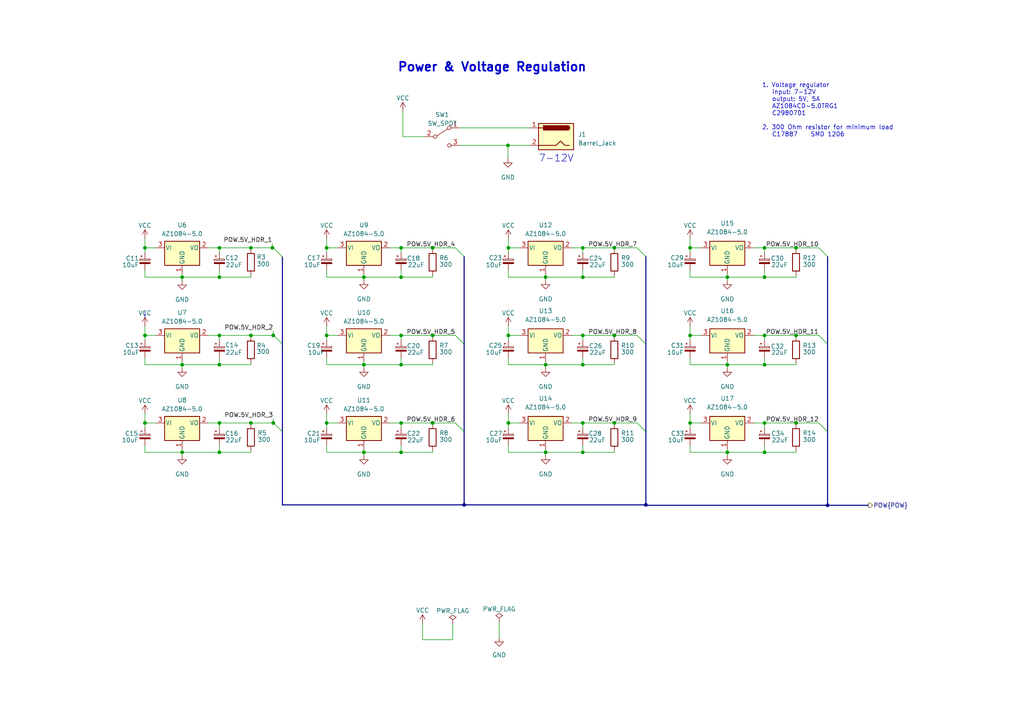
<source format=kicad_sch>
(kicad_sch (version 20230121) (generator eeschema)
  (paper "A4")
  (lib_symbols
    (symbol "Connector:Barrel_Jack" (pin_names (offset 1.016))
      (property "Reference" "J" (at 0 5.334 0))
      (property "Value" "Barrel_Jack" (at 0 -5.08 0))
      (symbol "Barrel_Jack_0_1"
        (rectangle (start -5.08 3.81) (end 5.08 -3.81) (stroke (width 0.254)) (fill (type background)))
        (arc (start -3.302 3.175) (mid -3.9343 2.54) (end -3.302 1.905) (stroke (width 0.254)))
        (arc (start -3.302 3.175) (mid -3.9343 2.54) (end -3.302 1.905) (stroke (width 0.254)) (fill (type outline)))
        (polyline (pts (xy 5.08 2.54) (xy 3.81 2.54)) (stroke (width 0.254)))
        (polyline (pts (xy -3.81 -2.54) (xy -2.54 -2.54) (xy -1.27 -1.27) (xy 0 -2.54) (xy 2.54 -2.54) (xy 5.08 -2.54)) (stroke (width 0.254)))
        (rectangle (start 3.683 3.175) (end -3.302 1.905) (stroke (width 0.254)) (fill (type outline)))
      )
      (symbol "Barrel_Jack_1_1"
        (pin passive line (at 7.62 2.54 180) (length 2.54) (name "~") (number "1"))
        (pin passive line (at 7.62 -2.54 180) (length 2.54) (name "~") (number "2"))
      )
    )
    (symbol "Device:C_Polarized_Small" (pin_numbers hide) (pin_names (offset 0.254) hide)
      (property "Reference" "C" (at 0.254 1.778 0))
      (property "Value" "C_Polarized_Small" (at 0.254 -2.032 0))
      (symbol "C_Polarized_Small_0_1"
        (rectangle (start -1.524 -0.3048) (end 1.524 -0.6858) (fill (type outline)))
        (rectangle (start -1.524 0.6858) (end 1.524 0.3048))
        (polyline (pts (xy -1.27 1.524) (xy -0.762 1.524)))
        (polyline (pts (xy -1.016 1.27) (xy -1.016 1.778)))
      )
      (symbol "C_Polarized_Small_1_1"
        (pin passive line (at 0 2.54 270) (length 1.8542) (name "~") (number "1"))
        (pin passive line (at 0 -2.54 90) (length 1.8542) (name "~") (number "2"))
      )
    )
    (symbol "Device:R" (pin_numbers hide) (pin_names (offset 0))
      (property "Reference" "R" (at 2.032 0 90))
      (property "Value" "R" (at 0 0 90))
      (symbol "R_0_1"
        (rectangle (start -1.016 -2.54) (end 1.016 2.54) (stroke (width 0.254)))
      )
      (symbol "R_1_1"
        (pin passive line (at 0 3.81 270) (length 1.27) (name "~") (number "1"))
        (pin passive line (at 0 -3.81 90) (length 1.27) (name "~") (number "2"))
      )
    )
    (symbol "Regulator_Linear:AZ1084-5.0" (pin_names (offset 0.254))
      (property "Reference" "U" (at -3.81 3.175 0))
      (property "Value" "AZ1084-5.0" (at 0 3.175 0))
      (symbol "AZ1084-5.0_0_1"
        (rectangle (start -5.08 1.905) (end 5.08 -5.08) (stroke (width 0.254)) (fill (type background)))
      )
      (symbol "AZ1084-5.0_1_1"
        (pin power_in line (at 0 -7.62 90) (length 2.54) (name "GND") (number "1"))
        (pin power_out line (at 7.62 0 180) (length 2.54) (name "VO") (number "2"))
        (pin power_in line (at -7.62 0 0) (length 2.54) (name "VI") (number "3"))
      )
    )
    (symbol "Switch:SW_SPDT" (pin_names (offset 0) hide)
      (property "Reference" "SW" (at 0 4.318 0))
      (property "Value" "SW_SPDT" (at 0 -5.08 0))
      (symbol "SW_SPDT_0_0"
        (circle (center -2.032 0) (radius 0.508))
        (circle (center 2.032 -2.54) (radius 0.508))
      )
      (symbol "SW_SPDT_0_1"
        (polyline (pts (xy -1.524 0.254) (xy 1.651 2.286)))
        (circle (center 2.032 2.54) (radius 0.508))
      )
      (symbol "SW_SPDT_1_1"
        (pin passive line (at 5.08 2.54 180) (length 2.54) (name "A") (number "1"))
        (pin passive line (at -5.08 0 0) (length 2.54) (name "B") (number "2"))
        (pin passive line (at 5.08 -2.54 180) (length 2.54) (name "C") (number "3"))
      )
    )
    (symbol "power:GND" (power) (pin_names (offset 0))
      (property "Value" "GND" (at 0 -3.81 0))
      (symbol "GND_0_1"
        (polyline (pts (xy 0 0) (xy 0 -1.27) (xy 1.27 -1.27) (xy 0 -2.54) (xy -1.27 -1.27) (xy 0 -1.27)))
      )
      (symbol "GND_1_1"
        (pin power_in line (at 0 0 270) (length 0) hide (name "GND") (number "1"))
      )
    )
    (symbol "power:PWR_FLAG" (power) (pin_numbers hide) (pin_names (offset 0) hide)
      (property "Value" "PWR_FLAG" (at 0 3.81 0))
      (symbol "PWR_FLAG_0_0"
        (pin power_out line (at 0 0 90) (length 0) (name "pwr") (number "1"))
      )
      (symbol "PWR_FLAG_0_1"
        (polyline (pts (xy 0 0) (xy 0 1.27) (xy -1.016 1.905) (xy 0 2.54) (xy 1.016 1.905) (xy 0 1.27)))
      )
    )
    (symbol "power:VCC" (power) (pin_names (offset 0))
      (property "Value" "VCC" (at 0 3.81 0))
      (symbol "VCC_0_1"
        (polyline (pts (xy -0.762 1.27) (xy 0 2.54)))
        (polyline (pts (xy 0 0) (xy 0 2.54)))
        (polyline (pts (xy 0 2.54) (xy 0.762 1.27)))
      )
      (symbol "VCC_1_1"
        (pin power_in line (at 0 0 90) (length 0) hide (name "VCC") (number "1"))
      )
    )
  )
  (junction (at 210.947 80.391))
  (junction (at 169.037 131.191))
  (junction (at 178.181 71.882))
  (junction (at 116.332 80.391))
  (junction (at 134.62 146.431))
  (junction (at 221.742 131.191))
  (junction (at 178.181 122.682))
  (junction (at 221.742 97.282))
  (junction (at 52.832 131.191))
  (junction (at 105.537 131.191))
  (junction (at 240.03 146.558))
  (junction (at 42.037 71.882))
  (junction (at 116.332 131.191))
  (junction (at 42.037 97.282))
  (junction (at 94.742 122.682))
  (junction (at 178.181 97.282))
  (junction (at 230.886 122.682))
  (junction (at 210.947 131.191))
  (junction (at 158.242 80.391))
  (junction (at 221.742 71.882))
  (junction (at 169.037 105.791))
  (junction (at 200.152 97.282))
  (junction (at 125.476 122.682))
  (junction (at 79.248 122.682))
  (junction (at 230.886 71.882))
  (junction (at 105.537 105.791))
  (junction (at 125.476 71.882))
  (junction (at 105.537 80.391))
  (junction (at 72.771 71.882))
  (junction (at 78.994 71.882))
  (junction (at 94.742 71.882))
  (junction (at 169.037 97.282))
  (junction (at 63.627 122.682))
  (junction (at 158.242 131.191))
  (junction (at 94.742 97.282))
  (junction (at 230.886 97.282))
  (junction (at 116.332 105.791))
  (junction (at 52.832 80.391))
  (junction (at 200.152 71.882))
  (junction (at 169.037 80.391))
  (junction (at 72.771 122.682))
  (junction (at 221.742 122.682))
  (junction (at 158.242 105.791))
  (junction (at 169.037 122.682))
  (junction (at 63.627 105.791))
  (junction (at 221.742 105.791))
  (junction (at 169.037 71.882))
  (junction (at 63.627 131.191))
  (junction (at 147.32 42.164))
  (junction (at 116.332 97.282))
  (junction (at 72.771 97.282))
  (junction (at 116.332 71.882))
  (junction (at 52.832 105.791))
  (junction (at 116.332 122.682))
  (junction (at 147.447 122.682))
  (junction (at 63.627 71.882))
  (junction (at 63.627 97.282))
  (junction (at 221.742 80.391))
  (junction (at 79.248 97.282))
  (junction (at 147.447 71.882))
  (junction (at 125.476 97.282))
  (junction (at 147.447 97.282))
  (junction (at 200.152 122.682))
  (junction (at 187.325 146.431))
  (junction (at 210.947 105.791))
  (junction (at 63.627 80.391))
  (junction (at 42.037 122.682))
  (bus_entry (at 132.08 71.882) (size 2.54 2.54))
  (bus_entry (at 79.375 122.682) (size 2.54 2.54))
  (bus_entry (at 79.375 72.009) (size 2.54 2.54))
  (bus_entry (at 132.08 122.682) (size 2.54 2.54))
  (bus_entry (at 79.375 97.282) (size 2.54 2.54))
  (bus_entry (at 184.785 97.282) (size 2.54 2.54))
  (bus_entry (at 237.49 71.882) (size 2.54 2.54))
  (bus_entry (at 132.08 97.282) (size 2.54 2.54))
  (bus_entry (at 184.785 122.682) (size 2.54 2.54))
  (bus_entry (at 237.49 97.282) (size 2.54 2.54))
  (bus_entry (at 184.785 71.882) (size 2.54 2.54))
  (bus_entry (at 237.49 122.682) (size 2.54 2.54))
  (wire (pts (xy 105.537 80.391) (xy 105.537 81.28)))
  (wire (pts (xy 63.627 131.191) (xy 72.771 131.191)))
  (bus (pts (xy 187.452 146.431) (xy 187.325 146.431)))
  (wire (pts (xy 158.242 80.391) (xy 158.242 81.28)))
  (wire (pts (xy 169.037 105.791) (xy 178.181 105.791)))
  (wire (pts (xy 116.332 122.682) (xy 125.476 122.682)))
  (wire (pts (xy 230.886 79.883) (xy 230.886 80.391)))
  (wire (pts (xy 63.627 71.882) (xy 63.627 73.279)))
  (wire (pts (xy 63.627 122.682) (xy 63.627 124.079)))
  (wire (pts (xy 63.627 122.682) (xy 72.771 122.682)))
  (wire (pts (xy 169.037 97.282) (xy 169.037 98.679)))
  (wire (pts (xy 169.037 71.882) (xy 169.037 73.279)))
  (wire (pts (xy 72.771 122.682) (xy 79.248 122.682)))
  (wire (pts (xy 42.037 103.759) (xy 42.037 105.791)))
  (wire (pts (xy 218.567 122.682) (xy 221.742 122.682)))
  (wire (pts (xy 147.447 98.679) (xy 147.447 97.282)))
  (wire (pts (xy 221.742 71.882) (xy 221.742 73.279)))
  (bus (pts (xy 240.03 99.822) (xy 240.03 125.222)))
  (wire (pts (xy 42.037 94.615) (xy 42.037 97.282)))
  (wire (pts (xy 72.771 80.391) (xy 72.771 79.883)))
  (bus (pts (xy 187.325 74.422) (xy 187.325 99.822)))
  (wire (pts (xy 158.242 130.302) (xy 158.242 131.191)))
  (wire (pts (xy 113.157 97.282) (xy 116.332 97.282)))
  (wire (pts (xy 105.537 79.502) (xy 105.537 80.391)))
  (wire (pts (xy 230.886 97.282) (xy 237.49 97.282)))
  (wire (pts (xy 178.181 122.682) (xy 184.785 122.682)))
  (wire (pts (xy 169.037 78.359) (xy 169.037 80.391)))
  (wire (pts (xy 63.627 71.882) (xy 72.771 71.882)))
  (wire (pts (xy 200.152 120.015) (xy 200.152 122.682)))
  (wire (pts (xy 169.037 97.282) (xy 178.181 97.282)))
  (bus (pts (xy 134.62 74.422) (xy 134.62 99.822)))
  (wire (pts (xy 125.476 130.683) (xy 125.476 131.191)))
  (wire (pts (xy 52.832 80.391) (xy 52.832 81.407)))
  (wire (pts (xy 221.742 97.282) (xy 221.742 98.679)))
  (wire (pts (xy 200.152 94.615) (xy 200.152 97.282)))
  (wire (pts (xy 42.037 97.282) (xy 45.212 97.282)))
  (wire (pts (xy 158.242 105.791) (xy 147.447 105.791)))
  (wire (pts (xy 230.886 71.882) (xy 230.886 72.263)))
  (wire (pts (xy 221.742 78.359) (xy 221.742 80.391)))
  (wire (pts (xy 147.447 120.015) (xy 147.447 122.682)))
  (bus (pts (xy 240.03 74.422) (xy 240.03 99.822)))
  (wire (pts (xy 52.832 104.902) (xy 52.832 105.791)))
  (wire (pts (xy 230.886 71.882) (xy 237.49 71.882)))
  (bus (pts (xy 187.452 146.558) (xy 240.03 146.558)))
  (wire (pts (xy 230.886 122.682) (xy 237.49 122.682)))
  (polyline (pts (xy 42.037 90.424) (xy 42.037 91.948)))
  (wire (pts (xy 123.19 39.624) (xy 116.84 39.624)))
  (wire (pts (xy 116.332 78.359) (xy 116.332 80.391)))
  (wire (pts (xy 221.742 103.759) (xy 221.742 105.791)))
  (wire (pts (xy 116.332 129.159) (xy 116.332 131.191)))
  (wire (pts (xy 78.994 72.009) (xy 79.375 72.009)))
  (wire (pts (xy 178.181 105.283) (xy 178.181 105.791)))
  (wire (pts (xy 178.181 79.883) (xy 178.181 80.391)))
  (wire (pts (xy 210.947 105.791) (xy 210.947 106.68)))
  (wire (pts (xy 169.037 122.682) (xy 169.037 124.079)))
  (wire (pts (xy 158.242 131.191) (xy 158.242 132.08)))
  (wire (pts (xy 230.886 122.682) (xy 230.886 123.063)))
  (wire (pts (xy 105.537 131.191) (xy 116.332 131.191)))
  (wire (pts (xy 72.771 71.882) (xy 72.771 72.263)))
  (wire (pts (xy 221.742 122.682) (xy 221.742 124.079)))
  (wire (pts (xy 210.947 131.191) (xy 210.947 132.08)))
  (wire (pts (xy 94.742 124.079) (xy 94.742 122.682)))
  (wire (pts (xy 200.152 103.759) (xy 200.152 105.791)))
  (wire (pts (xy 116.332 131.191) (xy 125.476 131.191)))
  (wire (pts (xy 221.742 105.791) (xy 230.886 105.791)))
  (wire (pts (xy 158.242 131.191) (xy 169.037 131.191)))
  (wire (pts (xy 165.862 97.282) (xy 169.037 97.282)))
  (wire (pts (xy 147.447 69.215) (xy 147.447 71.882)))
  (wire (pts (xy 42.037 73.279) (xy 42.037 71.882)))
  (wire (pts (xy 218.567 97.282) (xy 221.742 97.282)))
  (bus (pts (xy 134.62 146.431) (xy 187.325 146.431)))
  (wire (pts (xy 122.555 180.848) (xy 122.555 185.547)))
  (wire (pts (xy 221.742 122.682) (xy 230.886 122.682)))
  (wire (pts (xy 200.152 78.359) (xy 200.152 80.391)))
  (wire (pts (xy 200.152 73.279) (xy 200.152 71.882)))
  (wire (pts (xy 178.181 97.282) (xy 178.181 97.663)))
  (wire (pts (xy 72.771 71.882) (xy 78.994 71.882)))
  (wire (pts (xy 147.447 73.279) (xy 147.447 71.882)))
  (wire (pts (xy 125.476 71.882) (xy 125.476 72.263)))
  (bus (pts (xy 240.03 146.558) (xy 251.841 146.558)))
  (bus (pts (xy 187.452 146.431) (xy 187.452 146.558)))
  (wire (pts (xy 42.037 122.682) (xy 45.212 122.682)))
  (wire (pts (xy 144.78 180.467) (xy 144.78 184.912)))
  (wire (pts (xy 72.771 130.683) (xy 72.771 131.191)))
  (wire (pts (xy 72.771 105.283) (xy 72.771 105.791)))
  (wire (pts (xy 105.537 131.191) (xy 94.742 131.191)))
  (wire (pts (xy 79.248 121.412) (xy 79.248 122.682)))
  (wire (pts (xy 116.332 97.282) (xy 125.476 97.282)))
  (wire (pts (xy 79.248 97.282) (xy 79.375 97.282)))
  (wire (pts (xy 105.537 130.302) (xy 105.537 131.191)))
  (wire (pts (xy 116.332 105.791) (xy 125.476 105.791)))
  (wire (pts (xy 147.447 129.159) (xy 147.447 131.191)))
  (wire (pts (xy 210.947 80.391) (xy 221.742 80.391)))
  (wire (pts (xy 147.447 97.282) (xy 150.622 97.282)))
  (wire (pts (xy 158.242 80.391) (xy 169.037 80.391)))
  (wire (pts (xy 116.84 32.258) (xy 116.84 39.624)))
  (wire (pts (xy 105.537 131.191) (xy 105.537 132.08)))
  (wire (pts (xy 200.152 129.159) (xy 200.152 131.191)))
  (wire (pts (xy 230.886 97.282) (xy 230.886 97.663)))
  (wire (pts (xy 116.332 71.882) (xy 125.476 71.882)))
  (wire (pts (xy 131.318 180.975) (xy 131.318 185.547)))
  (wire (pts (xy 178.181 130.683) (xy 178.181 131.191)))
  (wire (pts (xy 78.994 70.612) (xy 78.994 71.882)))
  (wire (pts (xy 125.476 71.882) (xy 132.08 71.882)))
  (wire (pts (xy 52.832 130.302) (xy 52.832 131.191)))
  (wire (pts (xy 63.627 97.282) (xy 72.771 97.282)))
  (wire (pts (xy 218.567 71.882) (xy 221.742 71.882)))
  (wire (pts (xy 147.447 103.759) (xy 147.447 105.791)))
  (wire (pts (xy 158.242 80.391) (xy 147.447 80.391)))
  (wire (pts (xy 125.476 122.682) (xy 132.08 122.682)))
  (wire (pts (xy 169.037 122.682) (xy 178.181 122.682)))
  (wire (pts (xy 42.037 78.359) (xy 42.037 80.391)))
  (wire (pts (xy 210.947 104.902) (xy 210.947 105.791)))
  (wire (pts (xy 125.476 97.282) (xy 125.476 97.663)))
  (wire (pts (xy 131.318 185.547) (xy 122.555 185.547)))
  (wire (pts (xy 169.037 103.759) (xy 169.037 105.791)))
  (wire (pts (xy 210.947 131.191) (xy 221.742 131.191)))
  (wire (pts (xy 200.152 97.282) (xy 203.327 97.282)))
  (wire (pts (xy 94.742 129.159) (xy 94.742 131.191)))
  (wire (pts (xy 60.452 122.682) (xy 63.627 122.682)))
  (wire (pts (xy 116.332 71.882) (xy 116.332 73.279)))
  (bus (pts (xy 134.62 99.822) (xy 134.62 125.222)))
  (wire (pts (xy 105.537 80.391) (xy 94.742 80.391)))
  (wire (pts (xy 79.248 96.012) (xy 79.248 97.282)))
  (wire (pts (xy 113.157 71.882) (xy 116.332 71.882)))
  (bus (pts (xy 81.915 74.549) (xy 81.915 99.822)))
  (wire (pts (xy 113.157 122.682) (xy 116.332 122.682)))
  (wire (pts (xy 169.037 131.191) (xy 178.181 131.191)))
  (wire (pts (xy 200.152 98.679) (xy 200.152 97.282)))
  (wire (pts (xy 221.742 131.191) (xy 230.886 131.191)))
  (wire (pts (xy 94.742 120.015) (xy 94.742 122.682)))
  (wire (pts (xy 210.947 130.302) (xy 210.947 131.191)))
  (wire (pts (xy 42.037 98.679) (xy 42.037 97.282)))
  (wire (pts (xy 125.476 97.282) (xy 132.08 97.282)))
  (wire (pts (xy 169.037 80.391) (xy 178.181 80.391)))
  (wire (pts (xy 63.627 129.159) (xy 63.627 131.191)))
  (wire (pts (xy 52.832 131.191) (xy 52.832 132.08)))
  (wire (pts (xy 210.947 131.191) (xy 200.152 131.191)))
  (wire (pts (xy 94.742 98.679) (xy 94.742 97.282)))
  (wire (pts (xy 94.742 73.279) (xy 94.742 71.882)))
  (wire (pts (xy 158.242 105.791) (xy 169.037 105.791)))
  (wire (pts (xy 42.037 129.159) (xy 42.037 131.191)))
  (wire (pts (xy 221.742 97.282) (xy 230.886 97.282)))
  (wire (pts (xy 200.152 71.882) (xy 203.327 71.882)))
  (wire (pts (xy 147.447 78.359) (xy 147.447 80.391)))
  (wire (pts (xy 116.332 103.759) (xy 116.332 105.791)))
  (wire (pts (xy 42.037 120.015) (xy 42.037 122.682)))
  (wire (pts (xy 210.947 80.391) (xy 210.947 81.28)))
  (wire (pts (xy 178.181 122.682) (xy 178.181 123.063)))
  (wire (pts (xy 94.742 94.615) (xy 94.742 97.282)))
  (wire (pts (xy 94.742 97.282) (xy 97.917 97.282)))
  (bus (pts (xy 187.325 125.222) (xy 187.325 146.431)))
  (wire (pts (xy 200.152 124.079) (xy 200.152 122.682)))
  (wire (pts (xy 52.832 131.191) (xy 63.627 131.191)))
  (wire (pts (xy 200.152 122.682) (xy 203.327 122.682)))
  (wire (pts (xy 158.242 104.902) (xy 158.242 105.791)))
  (bus (pts (xy 81.915 99.822) (xy 81.915 125.222)))
  (wire (pts (xy 105.537 105.791) (xy 116.332 105.791)))
  (wire (pts (xy 72.771 122.682) (xy 72.771 123.063)))
  (bus (pts (xy 134.62 125.222) (xy 134.62 146.431)))
  (wire (pts (xy 94.742 78.359) (xy 94.742 80.391)))
  (wire (pts (xy 105.537 80.391) (xy 116.332 80.391)))
  (wire (pts (xy 52.832 105.791) (xy 52.832 106.68)))
  (bus (pts (xy 240.03 125.222) (xy 240.03 146.558)))
  (wire (pts (xy 158.242 105.791) (xy 158.242 106.68)))
  (bus (pts (xy 81.915 146.431) (xy 134.62 146.431)))
  (wire (pts (xy 60.452 71.882) (xy 63.627 71.882)))
  (wire (pts (xy 125.476 105.283) (xy 125.476 105.791)))
  (bus (pts (xy 81.915 125.222) (xy 81.915 146.431)))
  (wire (pts (xy 42.037 124.079) (xy 42.037 122.682)))
  (wire (pts (xy 52.832 105.791) (xy 42.037 105.791)))
  (wire (pts (xy 200.152 69.215) (xy 200.152 71.882)))
  (wire (pts (xy 230.886 130.683) (xy 230.886 131.191)))
  (wire (pts (xy 178.181 71.882) (xy 184.785 71.882)))
  (wire (pts (xy 221.742 80.391) (xy 230.886 80.391)))
  (wire (pts (xy 116.332 122.682) (xy 116.332 124.079)))
  (wire (pts (xy 158.242 79.502) (xy 158.242 80.391)))
  (wire (pts (xy 221.742 71.882) (xy 230.886 71.882)))
  (wire (pts (xy 63.627 97.282) (xy 63.627 98.679)))
  (wire (pts (xy 63.627 78.359) (xy 63.627 80.391)))
  (wire (pts (xy 94.742 69.215) (xy 94.742 71.882)))
  (wire (pts (xy 165.862 71.882) (xy 169.037 71.882)))
  (wire (pts (xy 158.242 131.191) (xy 147.447 131.191)))
  (wire (pts (xy 230.886 105.283) (xy 230.886 105.791)))
  (wire (pts (xy 169.037 129.159) (xy 169.037 131.191)))
  (wire (pts (xy 147.447 71.882) (xy 150.622 71.882)))
  (wire (pts (xy 79.248 122.682) (xy 79.375 122.682)))
  (wire (pts (xy 178.181 71.882) (xy 178.181 72.263)))
  (wire (pts (xy 210.947 105.791) (xy 200.152 105.791)))
  (wire (pts (xy 210.947 80.391) (xy 200.152 80.391)))
  (wire (pts (xy 105.537 104.902) (xy 105.537 105.791)))
  (wire (pts (xy 94.742 122.682) (xy 97.917 122.682)))
  (wire (pts (xy 147.32 42.164) (xy 147.32 45.974)))
  (wire (pts (xy 133.35 42.164) (xy 147.32 42.164)))
  (wire (pts (xy 221.742 129.159) (xy 221.742 131.191)))
  (wire (pts (xy 52.832 79.502) (xy 52.832 80.391)))
  (wire (pts (xy 94.742 103.759) (xy 94.742 105.791)))
  (wire (pts (xy 105.537 105.791) (xy 105.537 106.68)))
  (wire (pts (xy 147.447 94.615) (xy 147.447 97.282)))
  (wire (pts (xy 52.832 131.191) (xy 42.037 131.191)))
  (wire (pts (xy 133.35 37.084) (xy 153.67 37.084)))
  (wire (pts (xy 52.832 80.391) (xy 63.627 80.391)))
  (wire (pts (xy 125.476 122.682) (xy 125.476 123.063)))
  (wire (pts (xy 52.832 105.791) (xy 63.627 105.791)))
  (wire (pts (xy 116.332 97.282) (xy 116.332 98.679)))
  (wire (pts (xy 63.627 80.391) (xy 72.771 80.391)))
  (wire (pts (xy 52.832 80.391) (xy 42.037 80.391)))
  (bus (pts (xy 187.325 99.822) (xy 187.325 125.222)))
  (wire (pts (xy 147.447 122.682) (xy 150.622 122.682)))
  (wire (pts (xy 116.332 80.391) (xy 125.476 80.391)))
  (wire (pts (xy 72.771 97.282) (xy 72.771 97.663)))
  (wire (pts (xy 125.476 79.883) (xy 125.476 80.391)))
  (wire (pts (xy 72.771 97.282) (xy 79.248 97.282)))
  (wire (pts (xy 60.452 97.282) (xy 63.627 97.282)))
  (wire (pts (xy 63.627 105.791) (xy 72.771 105.791)))
  (wire (pts (xy 147.32 42.164) (xy 153.67 42.164)))
  (wire (pts (xy 78.994 72.009) (xy 78.994 71.882)))
  (wire (pts (xy 165.862 122.682) (xy 169.037 122.682)))
  (wire (pts (xy 42.037 71.882) (xy 45.212 71.882)))
  (wire (pts (xy 210.947 105.791) (xy 221.742 105.791)))
  (wire (pts (xy 210.947 79.502) (xy 210.947 80.391)))
  (wire (pts (xy 42.037 69.215) (xy 42.037 71.882)))
  (wire (pts (xy 169.037 71.882) (xy 178.181 71.882)))
  (wire (pts (xy 147.447 124.079) (xy 147.447 122.682)))
  (wire (pts (xy 178.181 97.282) (xy 184.785 97.282)))
  (wire (pts (xy 105.537 105.791) (xy 94.742 105.791)))
  (wire (pts (xy 63.627 103.759) (xy 63.627 105.791)))
  (wire (pts (xy 94.742 71.882) (xy 97.917 71.882)))
  (text "7-12V" (at 156.21 47.244 0) (effects (font (size 2.032 2.032)) (justify left bottom)))
  (text "1. Voltage regulator\n   input: 7-12V\n   output: 5V, 5A\n   AZ1084CD-5.0TRG1\n   C2980701\n\n2. 300 Ohm resistor for minimum load\n   C17887    SMD 1206" (at 220.98 39.878 0) (effects (font (size 1.27 1.27)) (justify left bottom)))
  (text "Power & Voltage Regulation" (at 115.189 21.082 0) (effects (font (size 2.54 2.54) (thickness 0.508) bold) (justify left bottom)))
  (label "POW.5V_HDR_9" (at 184.785 122.682 180))
  (label "POW.5V_HDR_4" (at 132.08 71.882 180))
  (label "POW.5V_HDR_2" (at 79.248 96.012 180))
  (label "POW.5V_HDR_7" (at 184.785 71.882 180))
  (label "POW.5V_HDR_5" (at 132.08 97.282 180))
  (label "POW.5V_HDR_1" (at 78.994 70.612 180))
  (label "POW.5V_HDR_12" (at 237.49 122.682 180))
  (label "POW.5V_HDR_8" (at 184.785 97.282 180))
  (label "POW.5V_HDR_6" (at 132.08 122.682 180))
  (label "POW.5V_HDR_11" (at 237.49 97.282 180))
  (label "POW.5V_HDR_10" (at 237.49 71.882 180))
  (label "POW.5V_HDR_3" (at 79.248 121.412 180))
  (hierarchical_label "POW{POW}" (shape output) (at 251.841 146.558 0))
  (symbol (lib_id "Device:R") (at 72.771 126.873 0) (unit 1)
    (property "Reference" "R5" (at 74.676 125.603 0) (effects (justify left)))
    (property "Value" "300" (at 74.676 127.508 0) (effects (justify left)))
    (property "Footprint" "Resistor_SMD:R_1206_3216Metric" (effects hide))
  )
  (symbol (lib_id "Device:C_Polarized_Small") (at 200.152 126.619 0) (unit 1)
    (property "Reference" "C33" (at 194.564 125.73 0) (effects (justify left)))
    (property "Value" "10uF" (at 193.675 127.635 0) (effects (justify left)))
    (property "Footprint" "Capacitor_SMD:CP_Elec_4x5.4" (effects hide))
  )
  (symbol (lib_id "power:VCC") (at 200.152 94.615 0) (unit 1)
    (property "Reference" "#PWR0103" (effects hide))
    (property "Value" "VCC" (at 200.152 90.805 0))
  )
  (symbol (lib_id "Device:R") (at 178.181 126.873 0) (unit 1)
    (property "Reference" "R11" (at 180.086 125.603 0) (effects (justify left)))
    (property "Value" "300" (at 180.086 127.508 0) (effects (justify left)))
    (property "Footprint" "Resistor_SMD:R_1206_3216Metric" (effects hide))
  )
  (symbol (lib_id "Device:C_Polarized_Small") (at 63.627 101.219 0) (unit 1)
    (property "Reference" "C14" (at 65.278 100.076 0) (effects (justify left)))
    (property "Value" "22uF" (at 65.405 102.235 0) (effects (justify left)))
    (property "Footprint" "Capacitor_SMD:CP_Elec_4x5.4" (effects hide))
  )
  (symbol (lib_id "Device:C_Polarized_Small") (at 169.037 101.219 0) (unit 1)
    (property "Reference" "C26" (at 170.815 100.33 0) (effects (justify left)))
    (property "Value" "22uF" (at 170.942 102.235 0) (effects (justify left)))
    (property "Footprint" "Capacitor_SMD:CP_Elec_4x5.4" (effects hide))
  )
  (symbol (lib_id "power:VCC") (at 147.447 94.615 0) (unit 1)
    (property "Reference" "#PWR095" (effects hide))
    (property "Value" "VCC" (at 147.447 90.805 0))
  )
  (symbol (lib_id "power:GND") (at 158.242 81.28 0) (unit 1)
    (property "Reference" "#PWR094" (effects hide))
    (property "Value" "GND" (at 158.242 86.741 0))
  )
  (symbol (lib_id "Device:C_Polarized_Small") (at 169.037 75.819 0) (unit 1)
    (property "Reference" "C24" (at 170.815 74.93 0) (effects (justify left)))
    (property "Value" "22uF" (at 170.942 76.835 0) (effects (justify left)))
    (property "Footprint" "Capacitor_SMD:CP_Elec_4x5.4" (effects hide))
  )
  (symbol (lib_id "Device:C_Polarized_Small") (at 169.037 126.619 0) (unit 1)
    (property "Reference" "C28" (at 170.688 125.73 0) (effects (justify left)))
    (property "Value" "22uF" (at 170.815 127.635 0) (effects (justify left)))
    (property "Footprint" "Capacitor_SMD:CP_Elec_4x5.4" (effects hide))
  )
  (symbol (lib_id "Device:C_Polarized_Small") (at 221.742 126.619 0) (unit 1)
    (property "Reference" "C34" (at 223.647 125.73 0) (effects (justify left)))
    (property "Value" "22uF" (at 223.774 127.635 0) (effects (justify left)))
    (property "Footprint" "Capacitor_SMD:CP_Elec_4x5.4" (effects hide))
  )
  (symbol (lib_id "power:GND") (at 52.832 132.08 0) (unit 1)
    (property "Reference" "#PWR082" (effects hide))
    (property "Value" "GND" (at 52.832 137.541 0))
  )
  (symbol (lib_id "Device:C_Polarized_Small") (at 116.332 126.619 0) (unit 1)
    (property "Reference" "C22" (at 117.983 125.73 0) (effects (justify left)))
    (property "Value" "22uF" (at 118.11 127.635 0) (effects (justify left)))
    (property "Footprint" "Capacitor_SMD:CP_Elec_4x5.4" (effects hide))
  )
  (symbol (lib_id "power:GND") (at 52.832 81.407 0) (unit 1)
    (property "Reference" "#PWR04" (effects hide))
    (property "Value" "GND" (at 52.832 86.868 0))
  )
  (symbol (lib_id "Device:C_Polarized_Small") (at 42.037 126.619 0) (unit 1)
    (property "Reference" "C15" (at 36.195 125.73 0) (effects (justify left)))
    (property "Value" "10uF" (at 35.306 127.635 0) (effects (justify left)))
    (property "Footprint" "Capacitor_SMD:CP_Elec_4x5.4" (effects hide))
  )
  (symbol (lib_id "Regulator_Linear:AZ1084-5.0") (at 158.242 122.682 0) (unit 1)
    (property "Reference" "U14" (at 158.242 115.57 0))
    (property "Value" "AZ1084-5.0" (at 158.242 118.11 0))
    (property "Footprint" "arena_custom:TO-252" (effects hide))
    (property "Datasheet" "https://www.diodes.com/assets/Datasheets/AZ1084.pdf" (effects hide))
  )
  (symbol (lib_id "power:GND") (at 158.242 132.08 0) (unit 1)
    (property "Reference" "#PWR098" (effects hide))
    (property "Value" "GND" (at 158.242 137.541 0))
  )
  (symbol (lib_id "power:VCC") (at 122.555 180.848 0) (unit 1)
    (property "Reference" "#PWR076" (effects hide))
    (property "Value" "VCC" (at 122.555 177.038 0))
  )
  (symbol (lib_id "Regulator_Linear:AZ1084-5.0") (at 210.947 97.282 0) (unit 1)
    (property "Reference" "U16" (at 210.947 90.17 0))
    (property "Value" "AZ1084-5.0" (at 210.947 92.71 0))
    (property "Footprint" "arena_custom:TO-252" (effects hide))
    (property "Datasheet" "https://www.diodes.com/assets/Datasheets/AZ1084.pdf" (effects hide))
  )
  (symbol (lib_id "Device:R") (at 230.886 76.073 0) (unit 1)
    (property "Reference" "R12" (at 232.791 74.803 0) (effects (justify left)))
    (property "Value" "300" (at 232.791 76.708 0) (effects (justify left)))
    (property "Footprint" "Resistor_SMD:R_1206_3216Metric" (effects hide))
  )
  (symbol (lib_id "Device:C_Polarized_Small") (at 200.152 75.819 0) (unit 1)
    (property "Reference" "C29" (at 194.437 74.803 0) (effects (justify left)))
    (property "Value" "10uF" (at 193.548 76.835 0) (effects (justify left)))
    (property "Footprint" "Capacitor_SMD:CP_Elec_4x5.4" (effects hide))
  )
  (symbol (lib_id "Device:R") (at 230.886 101.473 0) (unit 1)
    (property "Reference" "R13" (at 232.791 100.203 0) (effects (justify left)))
    (property "Value" "300" (at 232.791 102.108 0) (effects (justify left)))
    (property "Footprint" "Resistor_SMD:R_1206_3216Metric" (effects hide))
  )
  (symbol (lib_id "Regulator_Linear:AZ1084-5.0") (at 210.947 122.682 0) (unit 1)
    (property "Reference" "U17" (at 210.947 115.57 0))
    (property "Value" "AZ1084-5.0" (at 210.947 118.11 0))
    (property "Footprint" "arena_custom:TO-252" (effects hide))
    (property "Datasheet" "https://www.diodes.com/assets/Datasheets/AZ1084.pdf" (effects hide))
  )
  (symbol (lib_id "power:GND") (at 210.947 81.28 0) (unit 1)
    (property "Reference" "#PWR0102" (effects hide))
    (property "Value" "GND" (at 210.947 86.741 0))
  )
  (symbol (lib_id "Connector:Barrel_Jack") (at 161.29 39.624 0) (mirror y) (unit 1)
    (property "Reference" "J1" (at 167.64 38.989 0) (effects (justify right)))
    (property "Value" "Barrel_Jack" (at 167.64 41.529 0) (effects (justify right)))
    (property "Footprint" "arena_custom:DCJACK_2PIN_HIGHCURRENT" (effects hide))
  )
  (symbol (lib_id "Device:R") (at 72.771 101.473 0) (unit 1)
    (property "Reference" "R4" (at 74.422 100.203 0) (effects (justify left)))
    (property "Value" "300" (at 74.422 101.981 0) (effects (justify left)))
    (property "Footprint" "Resistor_SMD:R_1206_3216Metric" (effects hide))
  )
  (symbol (lib_id "power:VCC") (at 116.84 32.258 0) (unit 1)
    (property "Reference" "#PWR02" (effects hide))
    (property "Value" "VCC" (at 116.84 28.448 0))
  )
  (symbol (lib_id "power:GND") (at 210.947 132.08 0) (unit 1)
    (property "Reference" "#PWR0106" (effects hide))
    (property "Value" "GND" (at 210.947 137.541 0))
  )
  (symbol (lib_id "Device:C_Polarized_Small") (at 147.447 126.619 0) (unit 1)
    (property "Reference" "C27" (at 141.859 125.73 0) (effects (justify left)))
    (property "Value" "10uF" (at 140.843 127.635 0) (effects (justify left)))
    (property "Footprint" "Capacitor_SMD:CP_Elec_4x5.4" (effects hide))
  )
  (symbol (lib_id "Device:C_Polarized_Small") (at 116.332 101.219 0) (unit 1)
    (property "Reference" "C20" (at 117.983 100.33 0) (effects (justify left)))
    (property "Value" "22uF" (at 118.11 102.235 0) (effects (justify left)))
    (property "Footprint" "Capacitor_SMD:CP_Elec_4x5.4" (effects hide))
  )
  (symbol (lib_id "Regulator_Linear:AZ1084-5.0") (at 105.537 97.282 0) (unit 1)
    (property "Reference" "U10" (at 105.537 90.678 0))
    (property "Value" "AZ1084-5.0" (at 105.537 93.218 0))
    (property "Footprint" "arena_custom:TO-252" (effects hide))
    (property "Datasheet" "https://www.diodes.com/assets/Datasheets/AZ1084.pdf" (effects hide))
  )
  (symbol (lib_id "power:VCC") (at 200.152 120.015 0) (unit 1)
    (property "Reference" "#PWR0105" (effects hide))
    (property "Value" "VCC" (at 200.152 116.205 0))
  )
  (symbol (lib_id "Switch:SW_SPDT") (at 128.27 39.624 0) (unit 1)
    (property "Reference" "SW1" (at 128.27 33.274 0))
    (property "Value" "SW_SPDT" (at 128.27 35.814 0))
    (property "Footprint" "arena_custom:slide_switch" (effects hide))
  )
  (symbol (lib_id "Device:C_Polarized_Small") (at 147.447 101.219 0) (unit 1)
    (property "Reference" "C25" (at 141.732 100.203 0) (effects (justify left)))
    (property "Value" "10uF" (at 140.843 102.235 0) (effects (justify left)))
    (property "Footprint" "Capacitor_SMD:CP_Elec_4x5.4" (effects hide))
  )
  (symbol (lib_id "Device:R") (at 230.886 126.873 0) (unit 1)
    (property "Reference" "R14" (at 232.791 125.603 0) (effects (justify left)))
    (property "Value" "300" (at 232.791 127.508 0) (effects (justify left)))
    (property "Footprint" "Resistor_SMD:R_1206_3216Metric" (effects hide))
  )
  (symbol (lib_id "Device:R") (at 125.476 76.073 0) (unit 1)
    (property "Reference" "R6" (at 127.381 74.803 0) (effects (justify left)))
    (property "Value" "300" (at 127.381 76.708 0) (effects (justify left)))
    (property "Footprint" "Resistor_SMD:R_1206_3216Metric" (effects hide))
  )
  (symbol (lib_id "Device:C_Polarized_Small") (at 94.742 101.219 0) (unit 1)
    (property "Reference" "C19" (at 89.027 100.203 0) (effects (justify left)))
    (property "Value" "10uF" (at 89.281 102.235 0) (effects (justify left)))
    (property "Footprint" "Capacitor_SMD:CP_Elec_4x5.4" (effects hide))
  )
  (symbol (lib_id "power:GND") (at 105.537 132.08 0) (unit 1)
    (property "Reference" "#PWR090" (effects hide))
    (property "Value" "GND" (at 105.537 137.541 0))
  )
  (symbol (lib_id "power:VCC") (at 42.037 120.015 0) (unit 1)
    (property "Reference" "#PWR081" (effects hide))
    (property "Value" "VCC" (at 42.037 116.205 0))
  )
  (symbol (lib_id "Device:C_Polarized_Small") (at 63.627 126.619 0) (unit 1)
    (property "Reference" "C16" (at 65.278 125.73 0) (effects (justify left)))
    (property "Value" "22uF" (at 65.405 127.635 0) (effects (justify left)))
    (property "Footprint" "Capacitor_SMD:CP_Elec_4x5.4" (effects hide))
  )
  (symbol (lib_id "power:GND") (at 52.832 106.68 0) (unit 1)
    (property "Reference" "#PWR080" (effects hide))
    (property "Value" "GND" (at 52.832 112.141 0))
  )
  (symbol (lib_id "power:VCC") (at 147.447 120.015 0) (unit 1)
    (property "Reference" "#PWR097" (effects hide))
    (property "Value" "VCC" (at 147.447 116.205 0))
  )
  (symbol (lib_id "Device:C_Polarized_Small") (at 42.037 75.819 0) (unit 1)
    (property "Reference" "C11" (at 36.449 74.93 0) (effects (justify left)))
    (property "Value" "10uF" (at 35.433 76.835 0) (effects (justify left)))
    (property "Footprint" "Capacitor_SMD:CP_Elec_4x5.4" (effects hide))
  )
  (symbol (lib_id "power:VCC") (at 147.447 69.215 0) (unit 1)
    (property "Reference" "#PWR093" (effects hide))
    (property "Value" "VCC" (at 147.447 65.405 0))
  )
  (symbol (lib_id "Device:C_Polarized_Small") (at 116.332 75.819 0) (unit 1)
    (property "Reference" "C18" (at 117.983 74.93 0) (effects (justify left)))
    (property "Value" "22uF" (at 118.237 76.835 0) (effects (justify left)))
    (property "Footprint" "Capacitor_SMD:CP_Elec_4x5.4" (effects hide))
  )
  (symbol (lib_id "Regulator_Linear:AZ1084-5.0") (at 105.537 122.682 0) (unit 1)
    (property "Reference" "U11" (at 105.537 116.078 0))
    (property "Value" "AZ1084-5.0" (at 105.537 118.618 0))
    (property "Footprint" "arena_custom:TO-252" (effects hide))
    (property "Datasheet" "https://www.diodes.com/assets/Datasheets/AZ1084.pdf" (effects hide))
  )
  (symbol (lib_id "Device:C_Polarized_Small") (at 221.742 101.219 0) (unit 1)
    (property "Reference" "C32" (at 223.52 100.457 0) (effects (justify left)))
    (property "Value" "22uF" (at 223.647 102.235 0) (effects (justify left)))
    (property "Footprint" "Capacitor_SMD:CP_Elec_4x5.4" (effects hide))
  )
  (symbol (lib_id "Device:R") (at 178.181 101.473 0) (unit 1)
    (property "Reference" "R10" (at 180.086 100.203 0) (effects (justify left)))
    (property "Value" "300" (at 180.086 102.108 0) (effects (justify left)))
    (property "Footprint" "Resistor_SMD:R_1206_3216Metric" (effects hide))
  )
  (symbol (lib_id "Device:C_Polarized_Small") (at 200.152 101.219 0) (unit 1)
    (property "Reference" "C31" (at 194.564 100.203 0) (effects (justify left)))
    (property "Value" "10uF" (at 193.421 102.235 0) (effects (justify left)))
    (property "Footprint" "Capacitor_SMD:CP_Elec_4x5.4" (effects hide))
  )
  (symbol (lib_id "power:GND") (at 210.947 106.68 0) (unit 1)
    (property "Reference" "#PWR0104" (effects hide))
    (property "Value" "GND" (at 210.947 112.141 0))
  )
  (symbol (lib_id "Device:C_Polarized_Small") (at 63.627 75.819 0) (unit 1)
    (property "Reference" "C12" (at 65.278 74.803 0) (effects (justify left)))
    (property "Value" "22uF" (at 65.405 76.835 0) (effects (justify left)))
    (property "Footprint" "Capacitor_SMD:CP_Elec_4x5.4" (effects hide))
  )
  (symbol (lib_id "Regulator_Linear:AZ1084-5.0") (at 105.537 71.882 0) (unit 1)
    (property "Reference" "U9" (at 105.537 65.278 0))
    (property "Value" "AZ1084-5.0" (at 105.537 67.818 0))
    (property "Footprint" "arena_custom:TO-252" (effects hide))
    (property "Datasheet" "https://www.diodes.com/assets/Datasheets/AZ1084.pdf" (effects hide))
  )
  (symbol (lib_id "Regulator_Linear:AZ1084-5.0") (at 158.242 97.282 0) (unit 1)
    (property "Reference" "U13" (at 158.242 90.17 0))
    (property "Value" "AZ1084-5.0" (at 158.242 92.71 0))
    (property "Footprint" "arena_custom:TO-252" (effects hide))
    (property "Datasheet" "https://www.diodes.com/assets/Datasheets/AZ1084.pdf" (effects hide))
  )
  (symbol (lib_id "power:VCC") (at 94.742 120.015 0) (unit 1)
    (property "Reference" "#PWR089" (effects hide))
    (property "Value" "VCC" (at 94.742 116.205 0))
  )
  (symbol (lib_id "Device:R") (at 125.476 126.873 0) (unit 1)
    (property "Reference" "R8" (at 127.381 125.603 0) (effects (justify left)))
    (property "Value" "300" (at 127.381 127.508 0) (effects (justify left)))
    (property "Footprint" "Resistor_SMD:R_1206_3216Metric" (effects hide))
  )
  (symbol (lib_id "power:VCC") (at 94.742 69.215 0) (unit 1)
    (property "Reference" "#PWR085" (effects hide))
    (property "Value" "VCC" (at 94.742 65.405 0))
  )
  (symbol (lib_id "power:GND") (at 147.32 45.974 0) (unit 1)
    (property "Reference" "#PWR077" (effects hide))
    (property "Value" "GND" (at 147.32 51.435 0))
  )
  (symbol (lib_id "Device:R") (at 125.476 101.473 0) (unit 1)
    (property "Reference" "R7" (at 127.381 100.203 0) (effects (justify left)))
    (property "Value" "300" (at 127.381 102.108 0) (effects (justify left)))
    (property "Footprint" "Resistor_SMD:R_1206_3216Metric" (effects hide))
  )
  (symbol (lib_id "Regulator_Linear:AZ1084-5.0") (at 52.832 97.282 0) (unit 1)
    (property "Reference" "U7" (at 52.832 90.678 0))
    (property "Value" "AZ1084-5.0" (at 52.832 93.218 0))
    (property "Footprint" "arena_custom:TO-252" (effects hide))
    (property "Datasheet" "https://www.diodes.com/assets/Datasheets/AZ1084.pdf" (effects hide))
  )
  (symbol (lib_id "Regulator_Linear:AZ1084-5.0") (at 52.832 71.882 0) (unit 1)
    (property "Reference" "U6" (at 52.832 65.278 0))
    (property "Value" "AZ1084-5.0" (at 52.832 67.818 0))
    (property "Footprint" "arena_custom:TO-252" (effects hide))
    (property "Datasheet" "https://www.diodes.com/assets/Datasheets/AZ1084.pdf" (effects hide))
  )
  (symbol (lib_id "power:PWR_FLAG") (at 144.78 180.467 0) (unit 1)
    (property "Reference" "#FLG03" (effects hide))
    (property "Value" "PWR_FLAG" (at 144.78 176.657 0))
  )
  (symbol (lib_id "Regulator_Linear:AZ1084-5.0") (at 158.242 71.882 0) (unit 1)
    (property "Reference" "U12" (at 158.242 65.278 0))
    (property "Value" "AZ1084-5.0" (at 158.242 67.818 0))
    (property "Footprint" "arena_custom:TO-252" (effects hide))
    (property "Datasheet" "https://www.diodes.com/assets/Datasheets/AZ1084.pdf" (effects hide))
  )
  (symbol (lib_id "power:VCC") (at 94.742 94.615 0) (unit 1)
    (property "Reference" "#PWR087" (effects hide))
    (property "Value" "VCC" (at 94.742 90.805 0))
  )
  (symbol (lib_id "power:VCC") (at 42.037 94.615 0) (unit 1)
    (property "Reference" "#PWR079" (effects hide))
    (property "Value" "VCC" (at 42.037 90.805 0))
  )
  (symbol (lib_id "Device:C_Polarized_Small") (at 221.742 75.819 0) (unit 1)
    (property "Reference" "C30" (at 223.52 74.93 0) (effects (justify left)))
    (property "Value" "22uF" (at 223.647 76.835 0) (effects (justify left)))
    (property "Footprint" "Capacitor_SMD:CP_Elec_4x5.4" (effects hide))
  )
  (symbol (lib_id "power:GND") (at 158.242 106.68 0) (unit 1)
    (property "Reference" "#PWR096" (effects hide))
    (property "Value" "GND" (at 158.242 112.141 0))
  )
  (symbol (lib_id "power:PWR_FLAG") (at 131.318 180.975 0) (unit 1)
    (property "Reference" "#FLG02" (effects hide))
    (property "Value" "PWR_FLAG" (at 131.318 177.165 0))
    (instances (project "teensy_arena_12-12" (path "" (reference "#FLG02") (unit 1)) (path "" (reference "#FLG01") (unit 1))))
  )
  (symbol (lib_id "Device:C_Polarized_Small") (at 42.037 101.219 0) (unit 1)
    (property "Reference" "C13" (at 36.322 100.203 0) (effects (justify left)))
    (property "Value" "10uF" (at 35.56 102.235 0) (effects (justify left)))
    (property "Footprint" "Capacitor_SMD:CP_Elec_4x5.4" (effects hide))
  )
  (symbol (lib_id "Device:R") (at 72.771 76.073 0) (unit 1)
    (property "Reference" "R3" (at 74.422 74.549 0) (effects (justify left)))
    (property "Value" "300" (at 74.422 76.581 0) (effects (justify left)))
    (property "Footprint" "Resistor_SMD:R_1206_3216Metric" (effects hide))
  )
  (symbol (lib_id "power:GND") (at 105.537 106.68 0) (unit 1)
    (property "Reference" "#PWR088" (effects hide))
    (property "Value" "GND" (at 105.537 112.141 0))
  )
  (symbol (lib_id "power:GND") (at 105.537 81.28 0) (unit 1)
    (property "Reference" "#PWR086" (effects hide))
    (property "Value" "GND" (at 105.537 86.741 0))
  )
  (symbol (lib_id "power:VCC") (at 42.037 69.215 0) (unit 1)
    (property "Reference" "#PWR078" (effects hide))
    (property "Value" "VCC" (at 42.037 65.405 0))
  )
  (symbol (lib_id "Regulator_Linear:AZ1084-5.0") (at 210.947 71.882 0) (unit 1)
    (property "Reference" "U15" (at 210.947 64.77 0))
    (property "Value" "AZ1084-5.0" (at 210.947 67.31 0))
    (property "Footprint" "arena_custom:TO-252" (effects hide))
    (property "Datasheet" "https://www.diodes.com/assets/Datasheets/AZ1084.pdf" (effects hide))
  )
  (symbol (lib_id "Regulator_Linear:AZ1084-5.0") (at 52.832 122.682 0) (unit 1)
    (property "Reference" "U8" (at 52.832 116.078 0))
    (property "Value" "AZ1084-5.0" (at 52.832 118.618 0))
    (property "Footprint" "arena_custom:TO-252" (effects hide))
    (property "Datasheet" "https://www.diodes.com/assets/Datasheets/AZ1084.pdf" (effects hide))
  )
  (symbol (lib_id "Device:R") (at 178.181 76.073 0) (unit 1)
    (property "Reference" "R9" (at 180.086 74.803 0) (effects (justify left)))
    (property "Value" "300" (at 180.086 76.708 0) (effects (justify left)))
    (property "Footprint" "Resistor_SMD:R_1206_3216Metric" (effects hide))
  )
  (symbol (lib_id "power:GND") (at 144.78 184.912 0) (unit 1)
    (property "Reference" "#PWR04" (effects hide))
    (property "Value" "GND" (at 144.78 189.992 0))
    (instances (project "teensy_arena_12-12" (path "" (reference "#PWR04") (unit 1)) (path "" (reference "#PWR013") (unit 1))))
  )
  (symbol (lib_id "Device:C_Polarized_Small") (at 147.447 75.819 0) (unit 1)
    (property "Reference" "C23" (at 141.732 74.803 0) (effects (justify left)))
    (property "Value" "10uF" (at 140.843 76.835 0) (effects (justify left)))
    (property "Footprint" "Capacitor_SMD:CP_Elec_4x5.4" (effects hide))
  )
  (symbol (lib_id "Device:C_Polarized_Small") (at 94.742 126.619 0) (unit 1)
    (property "Reference" "C21" (at 89.027 125.73 0) (effects (justify left)))
    (property "Value" "10uF" (at 88.138 127.635 0) (effects (justify left)))
    (property "Footprint" "Capacitor_SMD:CP_Elec_4x5.4" (effects hide))
  )
  (symbol (lib_id "Device:C_Polarized_Small") (at 94.742 75.819 0) (unit 1)
    (property "Reference" "C17" (at 89.027 74.803 0) (effects (justify left)))
    (property "Value" "10uF" (at 88.138 76.835 0) (effects (justify left)))
    (property "Footprint" "Capacitor_SMD:CP_Elec_4x5.4" (effects hide))
  )
  (symbol (lib_id "power:VCC") (at 200.152 69.215 0) (unit 1)
    (property "Reference" "#PWR0101" (effects hide))
    (property "Value" "VCC" (at 200.152 65.405 0))
  )
)
</source>
